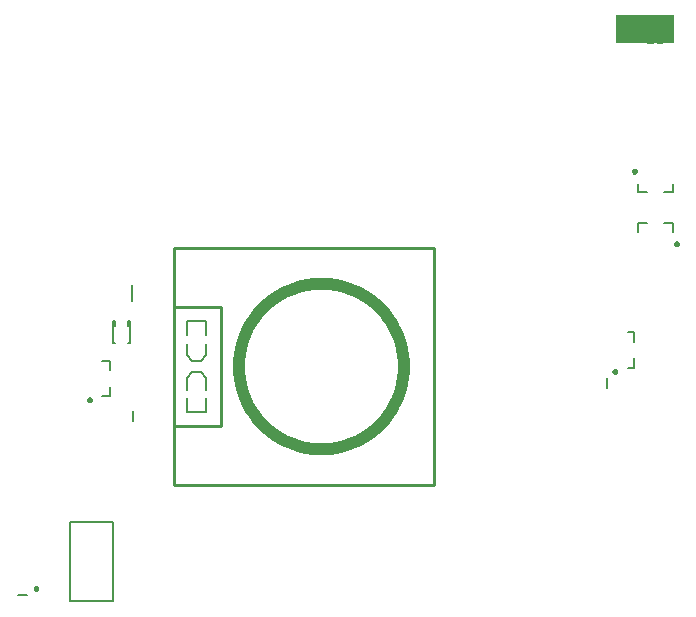
<source format=gbo>
%FSDAX24Y24*%
%MOIN*%
%SFA1B1*%

%IPPOS*%
%ADD10C,0.009800*%
%ADD11C,0.010000*%
%ADD13C,0.007900*%
%ADD17R,0.194000X0.097000*%
%ADD96C,0.039400*%
%LNde-150824-1*%
%LPD*%
G54D10*
X036458Y028687D02*
D01*
X036457Y028690*
X036457Y028693*
X036456Y028697*
X036456Y028700*
X036455Y028703*
X036453Y028706*
X036452Y028710*
X036450Y028712*
X036448Y028715*
X036446Y028718*
X036444Y028721*
X036441Y028723*
X036439Y028725*
X036436Y028727*
X036433Y028729*
X036430Y028731*
X036427Y028732*
X036424Y028733*
X036420Y028734*
X036417Y028735*
X036414Y028735*
X036410Y028735*
X036407*
X036403Y028735*
X036400Y028735*
X036397Y028734*
X036393Y028733*
X036390Y028732*
X036387Y028731*
X036384Y028729*
X036381Y028727*
X036378Y028725*
X036376Y028723*
X036373Y028721*
X036371Y028718*
X036369Y028715*
X036367Y028712*
X036365Y028710*
X036364Y028706*
X036362Y028703*
X036361Y028700*
X036361Y028697*
X036360Y028693*
X036360Y028690*
X036360Y028687*
X036360Y028683*
X036360Y028680*
X036361Y028676*
X036361Y028673*
X036362Y028670*
X036364Y028667*
X036365Y028663*
X036367Y028661*
X036369Y028658*
X036371Y028655*
X036373Y028652*
X036376Y028650*
X036378Y028648*
X036381Y028646*
X036384Y028644*
X036387Y028642*
X036390Y028641*
X036393Y028640*
X036397Y028639*
X036400Y028638*
X036403Y028638*
X036407Y028638*
X036410*
X036414Y028638*
X036417Y028638*
X036420Y028639*
X036424Y028640*
X036427Y028641*
X036430Y028642*
X036433Y028644*
X036436Y028646*
X036439Y028648*
X036441Y028650*
X036444Y028652*
X036446Y028655*
X036448Y028658*
X036450Y028661*
X036452Y028663*
X036453Y028667*
X036455Y028670*
X036456Y028673*
X036456Y028676*
X036457Y028680*
X036457Y028683*
X036458Y028687*
X035041Y031113D02*
D01*
X035040Y031116*
X035040Y031119*
X035039Y031123*
X035039Y031126*
X035038Y031129*
X035036Y031132*
X035035Y031136*
X035033Y031138*
X035031Y031141*
X035029Y031144*
X035027Y031147*
X035024Y031149*
X035022Y031151*
X035019Y031153*
X035016Y031155*
X035013Y031157*
X035010Y031158*
X035007Y031159*
X035003Y031160*
X035000Y031161*
X034997Y031161*
X034993Y031161*
X034990*
X034986Y031161*
X034983Y031161*
X034980Y031160*
X034976Y031159*
X034973Y031158*
X034970Y031157*
X034967Y031155*
X034964Y031153*
X034961Y031151*
X034959Y031149*
X034956Y031147*
X034954Y031144*
X034952Y031141*
X034950Y031138*
X034948Y031136*
X034947Y031132*
X034945Y031129*
X034944Y031126*
X034944Y031123*
X034943Y031119*
X034943Y031116*
X034943Y031113*
X034943Y031109*
X034943Y031106*
X034944Y031102*
X034944Y031099*
X034945Y031096*
X034947Y031093*
X034948Y031089*
X034950Y031087*
X034952Y031084*
X034954Y031081*
X034956Y031078*
X034959Y031076*
X034961Y031074*
X034964Y031072*
X034967Y031070*
X034970Y031068*
X034973Y031067*
X034976Y031066*
X034980Y031065*
X034983Y031064*
X034986Y031064*
X034990Y031064*
X034993*
X034997Y031064*
X035000Y031064*
X035003Y031065*
X035007Y031066*
X035010Y031067*
X035013Y031068*
X035016Y031070*
X035019Y031072*
X035022Y031074*
X035024Y031076*
X035027Y031078*
X035029Y031081*
X035031Y031084*
X035033Y031087*
X035035Y031089*
X035036Y031093*
X035038Y031096*
X035039Y031099*
X035039Y031102*
X035040Y031106*
X035040Y031109*
X035041Y031113*
X034395Y024441D02*
D01*
X034394Y024444*
X034394Y024447*
X034393Y024451*
X034393Y024454*
X034392Y024457*
X034390Y024460*
X034389Y024464*
X034387Y024466*
X034385Y024469*
X034383Y024472*
X034381Y024475*
X034378Y024477*
X034376Y024479*
X034373Y024481*
X034370Y024483*
X034367Y024485*
X034364Y024486*
X034361Y024487*
X034357Y024488*
X034354Y024489*
X034351Y024489*
X034347Y024489*
X034344*
X034340Y024489*
X034337Y024489*
X034334Y024488*
X034330Y024487*
X034327Y024486*
X034324Y024485*
X034321Y024483*
X034318Y024481*
X034315Y024479*
X034313Y024477*
X034310Y024475*
X034308Y024472*
X034306Y024469*
X034304Y024466*
X034302Y024464*
X034301Y024460*
X034299Y024457*
X034298Y024454*
X034298Y024451*
X034297Y024447*
X034297Y024444*
X034297Y024441*
X034297Y024437*
X034297Y024434*
X034298Y024430*
X034298Y024427*
X034299Y024424*
X034301Y024421*
X034302Y024417*
X034304Y024415*
X034306Y024412*
X034308Y024409*
X034310Y024406*
X034313Y024404*
X034315Y024402*
X034318Y024400*
X034321Y024398*
X034324Y024396*
X034327Y024395*
X034330Y024394*
X034334Y024393*
X034337Y024392*
X034340Y024392*
X034344Y024392*
X034347*
X034351Y024392*
X034354Y024392*
X034357Y024393*
X034361Y024394*
X034364Y024395*
X034367Y024396*
X034370Y024398*
X034373Y024400*
X034376Y024402*
X034378Y024404*
X034381Y024406*
X034383Y024409*
X034385Y024412*
X034387Y024415*
X034389Y024417*
X034390Y024421*
X034392Y024424*
X034393Y024427*
X034393Y024430*
X034394Y024434*
X034394Y024437*
X034395Y024441*
X015099Y017194D02*
D01*
X015098Y017197*
X015098Y017200*
X015097Y017204*
X015097Y017207*
X015096Y017210*
X015094Y017213*
X015093Y017217*
X015091Y017219*
X015089Y017222*
X015087Y017225*
X015085Y017228*
X015082Y017230*
X015080Y017232*
X015077Y017234*
X015074Y017236*
X015071Y017238*
X015068Y017239*
X015065Y017240*
X015061Y017241*
X015058Y017242*
X015055Y017242*
X015051Y017242*
X015048*
X015044Y017242*
X015041Y017242*
X015038Y017241*
X015034Y017240*
X015031Y017239*
X015028Y017238*
X015025Y017236*
X015022Y017234*
X015019Y017232*
X015017Y017230*
X015014Y017228*
X015012Y017225*
X015010Y017222*
X015008Y017219*
X015006Y017217*
X015005Y017213*
X015003Y017210*
X015002Y017207*
X015002Y017204*
X015001Y017200*
X015001Y017197*
X015001Y017194*
X015001Y017190*
X015001Y017187*
X015002Y017183*
X015002Y017180*
X015003Y017177*
X015005Y017174*
X015006Y017170*
X015008Y017168*
X015010Y017165*
X015012Y017162*
X015014Y017159*
X015017Y017157*
X015019Y017155*
X015022Y017153*
X015025Y017151*
X015028Y017149*
X015031Y017148*
X015034Y017147*
X015038Y017146*
X015041Y017145*
X015044Y017145*
X015048Y017145*
X015051*
X015055Y017145*
X015058Y017145*
X015061Y017146*
X015065Y017147*
X015068Y017148*
X015071Y017149*
X015074Y017151*
X015077Y017153*
X015080Y017155*
X015082Y017157*
X015085Y017159*
X015087Y017162*
X015089Y017165*
X015091Y017168*
X015093Y017170*
X015094Y017174*
X015096Y017177*
X015097Y017180*
X015097Y017183*
X015098Y017187*
X015098Y017190*
X015099Y017194*
X016886Y023491D02*
D01*
X016885Y023494*
X016885Y023497*
X016884Y023501*
X016884Y023504*
X016883Y023507*
X016881Y023510*
X016880Y023514*
X016878Y023516*
X016876Y023519*
X016874Y023522*
X016872Y023525*
X016869Y023527*
X016867Y023529*
X016864Y023531*
X016861Y023533*
X016858Y023535*
X016855Y023536*
X016852Y023537*
X016848Y023538*
X016845Y023539*
X016842Y023539*
X016838Y023539*
X016835*
X016831Y023539*
X016828Y023539*
X016825Y023538*
X016821Y023537*
X016818Y023536*
X016815Y023535*
X016812Y023533*
X016809Y023531*
X016806Y023529*
X016804Y023527*
X016801Y023525*
X016799Y023522*
X016797Y023519*
X016795Y023516*
X016793Y023514*
X016792Y023510*
X016790Y023507*
X016789Y023504*
X016789Y023501*
X016788Y023497*
X016788Y023494*
X016788Y023491*
X016788Y023487*
X016788Y023484*
X016789Y023480*
X016789Y023477*
X016790Y023474*
X016792Y023471*
X016793Y023467*
X016795Y023465*
X016797Y023462*
X016799Y023459*
X016801Y023456*
X016804Y023454*
X016806Y023452*
X016809Y023450*
X016812Y023448*
X016815Y023446*
X016818Y023445*
X016821Y023444*
X016825Y023443*
X016828Y023442*
X016831Y023442*
X016835Y023442*
X016838*
X016842Y023442*
X016845Y023442*
X016848Y023443*
X016852Y023444*
X016855Y023445*
X016858Y023446*
X016861Y023448*
X016864Y023450*
X016867Y023452*
X016869Y023454*
X016872Y023456*
X016874Y023459*
X016876Y023462*
X016878Y023465*
X016880Y023467*
X016881Y023471*
X016883Y023474*
X016884Y023477*
X016884Y023480*
X016885Y023484*
X016885Y023487*
X016886Y023491*
G54D11*
X021220Y022631D02*
Y026569D01*
X019646Y022631D02*
X021220D01*
X019646Y026569D02*
X021220D01*
X028307Y020663D02*
Y028537D01*
X019646Y020663D02*
Y028537D01*
X028307*
X019646Y020663D02*
X028307D01*
X035230Y035960D02*
X035280Y036010D01*
X035380*
X035430Y035960*
Y035760*
X035380Y035710*
X035280*
X035230Y035760*
X035130Y035710D02*
X035030D01*
X035080*
Y036010*
X035130Y035960*
X034880D02*
X034830Y036010D01*
X034730*
X034680Y035960*
Y035910*
X034730Y035860*
X034780*
X034730*
X034680Y035810*
Y035760*
X034730Y035710*
X034830*
X034880Y035760*
X035230Y035960D02*
X035280Y036010D01*
X035380*
X035430Y035960*
Y035760*
X035380Y035710*
X035280*
X035230Y035760*
X035130Y035710D02*
X035030D01*
X035080*
Y036010*
X035130Y035960*
X034880Y036010D02*
X034680D01*
Y035960*
X034880Y035760*
Y035710*
X035230Y035960D02*
X035280Y036010D01*
X035380*
X035430Y035960*
Y035760*
X035380Y035710*
X035280*
X035230Y035760*
X034930Y035710D02*
X035130D01*
X034930Y035910*
Y035960*
X034980Y036010*
X035080*
X035130Y035960*
X034830D02*
X034780Y036010D01*
X034680*
X034630Y035960*
Y035910*
X034680Y035860*
X034730*
X034680*
X034630Y035810*
Y035760*
X034680Y035710*
X034780*
X034830Y035760*
X035230Y035960D02*
X035280Y036010D01*
X035380*
X035430Y035960*
Y035760*
X035380Y035710*
X035280*
X035230Y035760*
X034930Y035710D02*
X035130D01*
X034930Y035910*
Y035960*
X034980Y036010*
X035080*
X035130Y035960*
X034680Y035710D02*
Y036010D01*
X034830Y035860*
X034630*
X035430Y036010D02*
Y035710D01*
X035280*
X035230Y035760*
Y035960*
X035280Y036010*
X035430*
X034930Y035710D02*
X035130D01*
X034930Y035910*
Y035960*
X034980Y036010*
X035080*
X035130Y035960*
X035430Y035405D02*
Y035705D01*
X035580*
X035630Y035655*
Y035455*
X035580Y035405*
X035430*
X035730Y035455D02*
X035780Y035405D01*
X035880*
X035930Y035455*
Y035505*
X035880Y035555*
X035830*
X035880*
X035930Y035605*
Y035655*
X035880Y035705*
X035780*
X035730Y035655*
X035430Y036010D02*
Y035710D01*
X035280*
X035230Y035760*
Y035960*
X035280Y036010*
X035430*
X034980Y035710D02*
Y036010D01*
X035130Y035860*
X034930*
X035230Y035760D02*
Y035960D01*
X035280Y036010*
X035380*
X035430Y035960*
Y035760*
X035380Y035710*
X035280*
X035330Y035810D02*
X035230Y035710D01*
X035280D02*
X035230Y035760D01*
X035130Y035710D02*
X035030D01*
X035080*
Y036010*
X035130Y035960*
X035230Y035760D02*
Y035960D01*
X035280Y036010*
X035380*
X035430Y035960*
Y035760*
X035380Y035710*
X035280*
X035330Y035810D02*
X035230Y035710D01*
X035280D02*
X035230Y035760D01*
X035130Y035960D02*
X035080Y036010D01*
X034980*
X034930Y035960*
Y035910*
X034980Y035860*
X035030*
X034980*
X034930Y035810*
Y035760*
X034980Y035710*
X035080*
X035130Y035760*
X035230D02*
Y035960D01*
X035280Y036010*
X035380*
X035430Y035960*
Y035760*
X035380Y035710*
X035280*
X035330Y035810D02*
X035230Y035710D01*
X035280D02*
X035230Y035760D01*
X034930Y036010D02*
X035030Y035960D01*
X035130Y035860*
Y035760*
X035080Y035710*
X034980*
X034930Y035760*
Y035810*
X034980Y035860*
X035130*
X035430Y035710D02*
Y036010D01*
X035280*
X035230Y035960*
Y035860*
X035280Y035810*
X035430*
X035330D02*
X035230Y035710D01*
X035130D02*
X035030D01*
X035080*
Y036010*
X035130Y035960*
X035430Y035710D02*
Y036010D01*
X035280*
X035230Y035960*
Y035860*
X035280Y035810*
X035430*
X035330D02*
X035230Y035710D01*
X034930D02*
X035130D01*
X034930Y035910*
Y035960*
X034980Y036010*
X035080*
X035130Y035960*
X035430Y035710D02*
Y036010D01*
X035280*
X035230Y035960*
Y035860*
X035280Y035810*
X035430*
X035330D02*
X035230Y035710D01*
X035130Y035960D02*
X035080Y036010D01*
X034980*
X034930Y035960*
Y035910*
X034980Y035860*
X035030*
X034980*
X034930Y035810*
Y035760*
X034980Y035710*
X035080*
X035130Y035760*
X035430Y035710D02*
Y036010D01*
X035280*
X035230Y035960*
Y035860*
X035280Y035810*
X035430*
X035330D02*
X035230Y035710D01*
X035130Y035960D02*
X035080Y036010D01*
X034980*
X034930Y035960*
Y035910*
X034980Y035860*
X034930Y035810*
Y035760*
X034980Y035710*
X035080*
X035130Y035760*
Y035810*
X035080Y035860*
X035130Y035910*
Y035960*
X035080Y035860D02*
X034980D01*
X035430Y035710D02*
Y036010D01*
X035280*
X035230Y035960*
Y035860*
X035280Y035810*
X035430*
X035330D02*
X035230Y035710D01*
X035130Y035760D02*
X035080Y035710D01*
X034980*
X034930Y035760*
Y035960*
X034980Y036010*
X035080*
X035130Y035960*
Y035910*
X035080Y035860*
X034930*
X035430Y035710D02*
Y036010D01*
X035280*
X035230Y035960*
Y035860*
X035280Y035810*
X035430*
X035330D02*
X035230Y035710D01*
X035130D02*
X035030D01*
X035080*
Y036010*
X035130Y035960*
X034880D02*
X034830Y036010D01*
X034730*
X034680Y035960*
Y035760*
X034730Y035710*
X034830*
X034880Y035760*
Y035960*
X035430Y035710D02*
Y036010D01*
X035280*
X035230Y035960*
Y035860*
X035280Y035810*
X035430*
X035330D02*
X035230Y035710D01*
X035130D02*
X035030D01*
X035080*
Y036010*
X035130Y035960*
X034880D02*
X034830Y036010D01*
X034730*
X034680Y035960*
Y035910*
X034730Y035860*
X034680Y035810*
Y035760*
X034730Y035710*
X034830*
X034880Y035760*
Y035810*
X034830Y035860*
X034880Y035910*
Y035960*
X034830Y035860D02*
X034730D01*
X035430Y035710D02*
Y036010D01*
X035280*
X035230Y035960*
Y035860*
X035280Y035810*
X035430*
X035330D02*
X035230Y035710D01*
X034930D02*
X035130D01*
X034930Y035910*
Y035960*
X034980Y036010*
X035080*
X035130Y035960*
X034630Y035710D02*
X034830D01*
X034630Y035910*
Y035960*
X034680Y036010*
X034780*
X034830Y035960*
X035424Y036010D02*
Y035760D01*
X035374Y035710*
X035274*
X035224Y035760*
Y036010*
X034924D02*
X035024Y035960D01*
X035124Y035860*
Y035760*
X035074Y035710*
X034974*
X034924Y035760*
Y035810*
X034974Y035860*
X035124*
X035430Y036010D02*
Y035760D01*
X035380Y035710*
X035280*
X035230Y035760*
Y036010*
X035130Y035710D02*
X035030D01*
X035080*
Y036010*
X035130Y035960*
X034880D02*
X034830Y036010D01*
X034730*
X034680Y035960*
Y035760*
X034730Y035710*
X034830*
X034880Y035760*
Y035960*
G54D13*
X036291Y029100D02*
Y029376D01*
X035976D02*
X036291D01*
X035109Y029100D02*
Y029376D01*
X035424*
X035109Y030424D02*
Y030700D01*
Y030424D02*
X035424D01*
X036291D02*
Y030700D01*
X035976Y030424D02*
X036291D01*
X034996Y025426D02*
Y025741D01*
X034799D02*
X034996D01*
Y024559D02*
Y024874D01*
X034799Y024559D02*
X034996D01*
X017628Y016781D02*
Y019419D01*
X016172D02*
X017628D01*
X016172Y016781D02*
Y019419D01*
Y016781D02*
X017628D01*
X020715Y025638D02*
Y026110D01*
X020085Y025638D02*
Y026110D01*
X020715*
X020243Y024772D02*
X020557D01*
X020715Y024969D02*
Y025362D01*
X020085Y024969D02*
X020243Y024772D01*
X020557D02*
X020715Y024969D01*
X020085D02*
Y025362D01*
Y023080D02*
Y023552D01*
X020715Y023080D02*
Y023552D01*
X020085Y023080D02*
X020715D01*
X020243Y024418D02*
X020557D01*
X020085Y023828D02*
Y024221D01*
X020557Y024418D02*
X020715Y024221D01*
X020085D02*
X020243Y024418D01*
X020715Y023828D02*
Y024221D01*
X017250Y023609D02*
X017526D01*
Y023924*
X017250Y024791D02*
X017526D01*
Y024476D02*
Y024791D01*
X018248Y026794D02*
Y027306D01*
X017683Y025967D02*
Y026124D01*
X017605Y025967D02*
X017683D01*
X018117D02*
X018195D01*
X018117D02*
Y026124D01*
X018195Y025376D02*
Y026124D01*
X017605Y025376D02*
Y026124D01*
X018117Y025376D02*
X018195D01*
X018117Y026124D02*
X018195D01*
X017605Y025376D02*
X017683D01*
X017605Y026124D02*
X017683D01*
X018269Y022793D02*
Y023107D01*
X014443Y016981D02*
X014757D01*
X034081Y023893D02*
Y024207D01*
G54D17*
X035360Y035845D03*
G54D96*
X027323Y024600D02*
D01*
X027316Y024792*
X027296Y024983*
X027262Y025173*
X027216Y025359*
X027156Y025542*
X027084Y025720*
X027000Y025893*
X026904Y026060*
X026796Y026219*
X026678Y026371*
X026549Y026514*
X026411Y026648*
X026263Y026771*
X026108Y026884*
X025945Y026986*
X025775Y027077*
X025599Y027155*
X025418Y027221*
X025233Y027274*
X025045Y027314*
X024855Y027340*
X024663Y027354*
X024470*
X024278Y027340*
X024088Y027314*
X023900Y027274*
X023715Y027221*
X023534Y027155*
X023358Y027077*
X023188Y026986*
X023025Y026884*
X022870Y026771*
X022722Y026648*
X022584Y026514*
X022455Y026371*
X022337Y026219*
X022229Y026060*
X022133Y025893*
X022049Y025720*
X021977Y025542*
X021917Y025359*
X021871Y025173*
X021837Y024983*
X021817Y024792*
X021811Y024600*
X021817Y024407*
X021837Y024216*
X021871Y024026*
X021917Y023840*
X021977Y023657*
X022049Y023479*
X022133Y023306*
X022229Y023139*
X022337Y022980*
X022455Y022828*
X022584Y022685*
X022722Y022551*
X022870Y022428*
X023025Y022315*
X023189Y022213*
X023358Y022122*
X023534Y022044*
X023715Y021978*
X023900Y021925*
X024088Y021885*
X024278Y021859*
X024470Y021845*
X024663*
X024855Y021859*
X025045Y021885*
X025233Y021925*
X025418Y021978*
X025599Y022044*
X025775Y022122*
X025945Y022213*
X026108Y022315*
X026263Y022428*
X026411Y022551*
X026549Y022685*
X026678Y022828*
X026796Y022980*
X026904Y023139*
X027000Y023306*
X027084Y023479*
X027156Y023657*
X027216Y023840*
X027262Y024026*
X027296Y024216*
X027316Y024407*
X027323Y024600*
M02*
</source>
